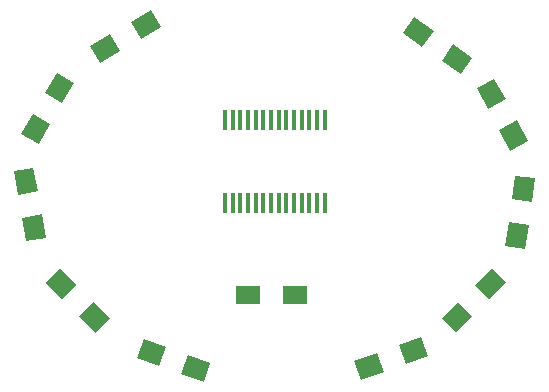
<source format=gbp>
G04 #@! TF.FileFunction,Paste,Bot*
%FSLAX46Y46*%
G04 Gerber Fmt 4.6, Leading zero omitted, Abs format (unit mm)*
G04 Created by KiCad (PCBNEW 4.0.7) date 06/18/18 14:14:14*
%MOMM*%
%LPD*%
G01*
G04 APERTURE LIST*
%ADD10C,0.100000*%
%ADD11R,2.000000X1.600000*%
%ADD12R,0.431800X1.651000*%
G04 APERTURE END LIST*
D10*
G36*
X118360280Y-109037638D02*
X119562362Y-110239720D01*
X118148148Y-111653934D01*
X116946066Y-110451852D01*
X118360280Y-109037638D01*
X118360280Y-109037638D01*
G37*
G36*
X115531852Y-111866066D02*
X116733934Y-113068148D01*
X115319720Y-114482362D01*
X114117638Y-113280280D01*
X115531852Y-111866066D01*
X115531852Y-111866066D01*
G37*
G36*
X112383360Y-114824701D02*
X112964795Y-116422179D01*
X111085410Y-117106219D01*
X110503975Y-115508741D01*
X112383360Y-114824701D01*
X112383360Y-114824701D01*
G37*
G36*
X108624590Y-116192781D02*
X109206025Y-117790259D01*
X107326640Y-118474299D01*
X106745205Y-116876821D01*
X108624590Y-116192781D01*
X108624590Y-116192781D01*
G37*
G36*
X120352791Y-101177899D02*
X122036247Y-101414493D01*
X121757901Y-103395029D01*
X120074445Y-103158435D01*
X120352791Y-101177899D01*
X120352791Y-101177899D01*
G37*
G36*
X119796099Y-105138971D02*
X121479555Y-105375565D01*
X121201209Y-107356101D01*
X119517753Y-107119507D01*
X119796099Y-105138971D01*
X119796099Y-105138971D01*
G37*
G36*
X117094080Y-93762208D02*
X118595091Y-92964107D01*
X119534034Y-94730002D01*
X118033023Y-95528103D01*
X117094080Y-93762208D01*
X117094080Y-93762208D01*
G37*
G36*
X118971966Y-97293998D02*
X120472977Y-96495897D01*
X121411920Y-98261792D01*
X119910909Y-99059893D01*
X118971966Y-97293998D01*
X118971966Y-97293998D01*
G37*
G36*
X110847004Y-89145550D02*
X111822084Y-87752991D01*
X113460388Y-88900144D01*
X112485308Y-90292703D01*
X110847004Y-89145550D01*
X110847004Y-89145550D01*
G37*
G36*
X114123612Y-91439856D02*
X115098692Y-90047297D01*
X116736996Y-91194450D01*
X115761916Y-92587009D01*
X114123612Y-91439856D01*
X114123612Y-91439856D01*
G37*
G36*
X89549076Y-87171878D02*
X90399076Y-88644122D01*
X88667026Y-89644122D01*
X87817026Y-88171878D01*
X89549076Y-87171878D01*
X89549076Y-87171878D01*
G37*
G36*
X86084974Y-89171878D02*
X86934974Y-90644122D01*
X85202924Y-91644122D01*
X84352924Y-90171878D01*
X86084974Y-89171878D01*
X86084974Y-89171878D01*
G37*
G36*
X81535878Y-92480924D02*
X83008122Y-93330924D01*
X82008122Y-95062974D01*
X80535878Y-94212974D01*
X81535878Y-92480924D01*
X81535878Y-92480924D01*
G37*
G36*
X79535878Y-95945026D02*
X81008122Y-96795026D01*
X80008122Y-98527076D01*
X78535878Y-97677076D01*
X79535878Y-95945026D01*
X79535878Y-95945026D01*
G37*
G36*
X77889969Y-100825177D02*
X79564142Y-100529975D01*
X79911439Y-102499591D01*
X78237266Y-102794793D01*
X77889969Y-100825177D01*
X77889969Y-100825177D01*
G37*
G36*
X78584561Y-104764409D02*
X80258734Y-104469207D01*
X80606031Y-106438823D01*
X78931858Y-106734025D01*
X78584561Y-104764409D01*
X78584561Y-104764409D01*
G37*
G36*
X80589638Y-110239720D02*
X81791720Y-109037638D01*
X83205934Y-110451852D01*
X82003852Y-111653934D01*
X80589638Y-110239720D01*
X80589638Y-110239720D01*
G37*
G36*
X83418066Y-113068148D02*
X84620148Y-111866066D01*
X86034362Y-113280280D01*
X84832280Y-114482362D01*
X83418066Y-113068148D01*
X83418066Y-113068148D01*
G37*
G36*
X88330205Y-116612679D02*
X88911640Y-115015201D01*
X90791025Y-115699241D01*
X90209590Y-117296719D01*
X88330205Y-116612679D01*
X88330205Y-116612679D01*
G37*
G36*
X92088975Y-117980759D02*
X92670410Y-116383281D01*
X94549795Y-117067321D01*
X93968360Y-118664799D01*
X92088975Y-117980759D01*
X92088975Y-117980759D01*
G37*
D11*
X101745800Y-111252000D03*
X97745800Y-111252000D03*
D12*
X95775000Y-96495000D03*
X96425000Y-96495000D03*
X97075000Y-96495000D03*
X97725000Y-96495000D03*
X98375000Y-96495000D03*
X99025000Y-96495000D03*
X99675000Y-96495000D03*
X100325000Y-96495000D03*
X100975000Y-96495000D03*
X101625000Y-96495000D03*
X102275000Y-96495000D03*
X102925000Y-96495000D03*
X103575000Y-96495000D03*
X104225000Y-96495000D03*
X104225000Y-103505000D03*
X103575000Y-103505000D03*
X102925000Y-103505000D03*
X102275000Y-103505000D03*
X101625000Y-103505000D03*
X100975000Y-103505000D03*
X100325000Y-103505000D03*
X99675000Y-103505000D03*
X99025000Y-103505000D03*
X98375000Y-103505000D03*
X97725000Y-103505000D03*
X97075000Y-103505000D03*
X96425000Y-103505000D03*
X95775000Y-103505000D03*
M02*

</source>
